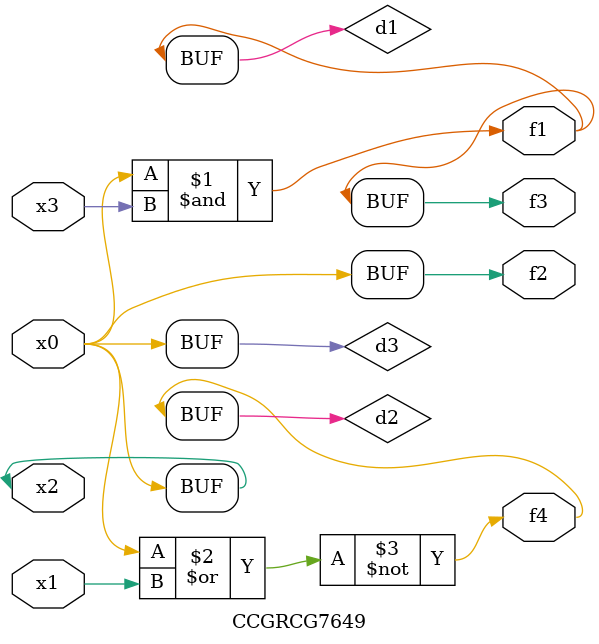
<source format=v>
module CCGRCG7649(
	input x0, x1, x2, x3,
	output f1, f2, f3, f4
);

	wire d1, d2, d3;

	and (d1, x2, x3);
	nor (d2, x0, x1);
	buf (d3, x0, x2);
	assign f1 = d1;
	assign f2 = d3;
	assign f3 = d1;
	assign f4 = d2;
endmodule

</source>
